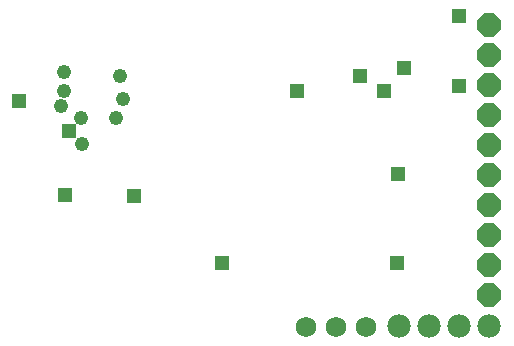
<source format=gbs>
G75*
%MOIN*%
%OFA0B0*%
%FSLAX25Y25*%
%IPPOS*%
%LPD*%
%AMOC8*
5,1,8,0,0,1.08239X$1,22.5*
%
%ADD10C,0.07800*%
%ADD11C,0.06800*%
%ADD12OC8,0.07800*%
%ADD13R,0.04762X0.04762*%
%ADD14C,0.04762*%
D10*
X0137476Y0012289D03*
X0147476Y0012289D03*
X0157476Y0012289D03*
X0167476Y0012289D03*
D11*
X0126463Y0012043D03*
X0116463Y0012043D03*
X0106463Y0012043D03*
D12*
X0167496Y0022654D03*
X0167496Y0032654D03*
X0167496Y0042654D03*
X0167496Y0052654D03*
X0167496Y0062654D03*
X0167496Y0072654D03*
X0167496Y0082654D03*
X0167496Y0092654D03*
X0167496Y0102654D03*
X0167496Y0112654D03*
D13*
X0049130Y0055724D03*
X0026098Y0055970D03*
X0027624Y0077427D03*
X0010990Y0087171D03*
X0078411Y0033234D03*
X0136827Y0033234D03*
X0137319Y0063008D03*
X0132594Y0090715D03*
X0124376Y0095537D03*
X0139140Y0098392D03*
X0157447Y0092388D03*
X0157447Y0115764D03*
X0103510Y0090518D03*
D14*
X0045685Y0087860D03*
X0043077Y0081807D03*
X0031659Y0081807D03*
X0024770Y0085793D03*
X0025951Y0090665D03*
X0025951Y0096915D03*
X0044504Y0095783D03*
X0031906Y0072949D03*
M02*

</source>
